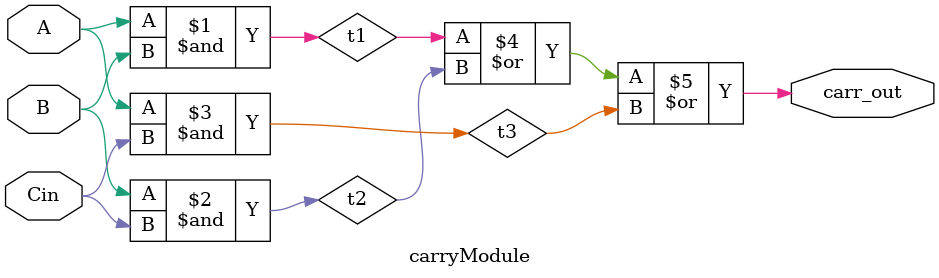
<source format=v>
module fourBitRippleCarryAdder(s,c4, A, B, Cin);
 input [3:0] A, B;
 input Cin;
 output [3:0] s;
 wire [2:0] cout;
 output c4;
 
 oneBitAdder Add1 (s[0],cout[0],A[0],B[0],Cin);
 oneBitAdder Add2 (s[1],cout[1],A[1],B[1],cout[0]);
 oneBitAdder Add3 (s[2],cout[2],A[2],B[2],cout[1]);
 oneBitAdder Add4 (s[3],c4,A[3],B[3],cout[2]);
 
endmodule

module oneBitAdder(s_out, c_out, l,m,n);
input l,m,n;
output s_out, c_out;
sumModule s1 (s_out, l,m,n);
carryModule c1 (c_out,l,m,n);
endmodule

module sumModule(sumOut, x,y,c_in);
input x,y,c_in;
output sumOut;
wire t;
xor x1 (t,x,y);
xor x2 (sumOut,t, c_in);
endmodule


module carryModule(carr_out, A, B, Cin);
output carr_out;
input A, B, Cin;
wire t1, t2, t3;
and a1 (t1,A,B);
and a2 (t2,B,Cin);
and a3 (t3,A,Cin);
or o1 (carr_out, t1, t2, t3);
endmodule

</source>
